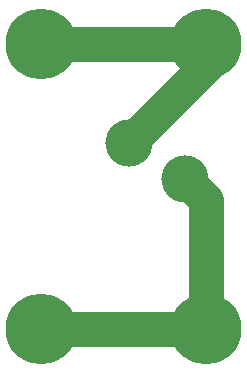
<source format=gtl>
G04 #@! TF.GenerationSoftware,KiCad,Pcbnew,5.1.5-52549c5~84~ubuntu18.04.1*
G04 #@! TF.CreationDate,2020-02-25T14:57:26-08:00*
G04 #@! TF.ProjectId,NeutrikSpeakon,4e657574-7269-46b5-9370-65616b6f6e2e,rev?*
G04 #@! TF.SameCoordinates,Original*
G04 #@! TF.FileFunction,Copper,L1,Top*
G04 #@! TF.FilePolarity,Positive*
%FSLAX46Y46*%
G04 Gerber Fmt 4.6, Leading zero omitted, Abs format (unit mm)*
G04 Created by KiCad (PCBNEW 5.1.5-52549c5~84~ubuntu18.04.1) date 2020-02-25 14:57:26*
%MOMM*%
%LPD*%
G04 APERTURE LIST*
%ADD10C,4.000500*%
%ADD11C,5.999480*%
%ADD12C,0.250000*%
%ADD13C,3.000000*%
G04 APERTURE END LIST*
D10*
X135700000Y-111300000D03*
X140400000Y-114300000D03*
D11*
X142240000Y-102870000D03*
X128270000Y-102870000D03*
X142240000Y-127000000D03*
X128270000Y-127000000D03*
D12*
X135000000Y-110000000D02*
X135000000Y-111000000D01*
D13*
X128270000Y-127000000D02*
X142240000Y-127000000D01*
X128270000Y-102870000D02*
X142240000Y-102870000D01*
X142240000Y-116140000D02*
X140400000Y-114300000D01*
X142240000Y-127000000D02*
X142240000Y-116140000D01*
X142240000Y-104760000D02*
X135700000Y-111300000D01*
X142240000Y-102870000D02*
X142240000Y-104760000D01*
M02*

</source>
